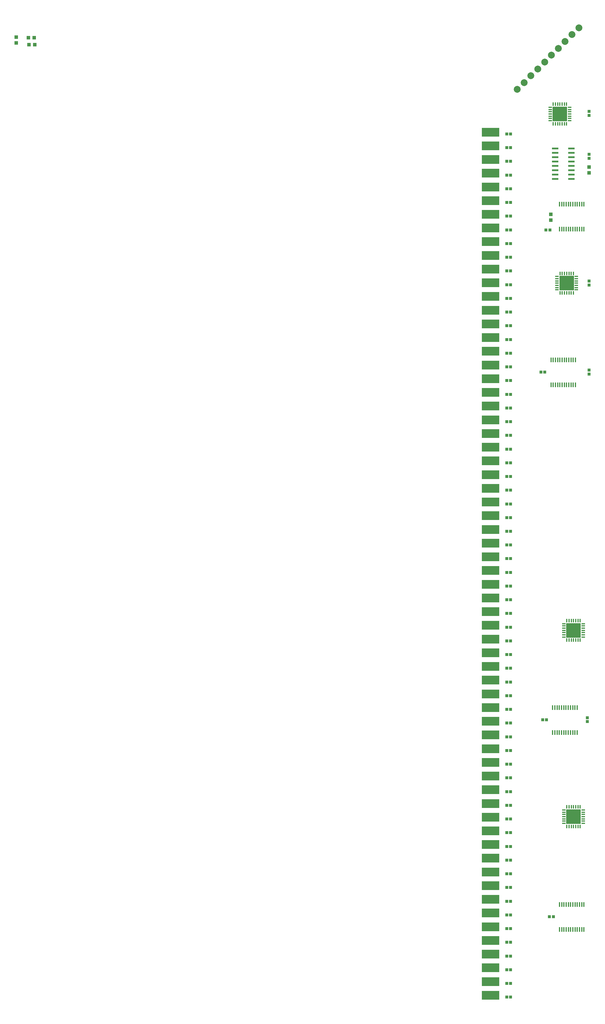
<source format=gbr>
G04 EAGLE Gerber RS-274X export*
G75*
%MOMM*%
%FSLAX34Y34*%
%LPD*%
%INSolderpaste Top*%
%IPPOS*%
%AMOC8*
5,1,8,0,0,1.08239X$1,22.5*%
G01*
%ADD10R,0.348000X1.397000*%
%ADD11R,1.000000X1.100000*%
%ADD12R,5.080000X2.540000*%
%ADD13R,1.050000X0.350000*%
%ADD14R,0.350000X1.050000*%
%ADD15R,4.200000X4.200000*%
%ADD16R,1.100000X1.000000*%
%ADD17R,1.981200X0.558800*%
%ADD18C,2.000000*%
%ADD19R,0.850000X0.900000*%
%ADD20R,0.900000X0.850000*%


D10*
X2865126Y217240D03*
X2858626Y217240D03*
X2852126Y217240D03*
X2839126Y217240D03*
X2845626Y217240D03*
X2832626Y217240D03*
X2826126Y217240D03*
X2819626Y217240D03*
X2813126Y217240D03*
X2806626Y217240D03*
X2865126Y290360D03*
X2858626Y290360D03*
X2852126Y290360D03*
X2845626Y290360D03*
X2839126Y290360D03*
X2832626Y290360D03*
X2826126Y290360D03*
X2819626Y290360D03*
X2813126Y290360D03*
X2806626Y290360D03*
X2800126Y290360D03*
X2793626Y290360D03*
X2793626Y217240D03*
X2800126Y217240D03*
X2845126Y792240D03*
X2838626Y792240D03*
X2832126Y792240D03*
X2819126Y792240D03*
X2825626Y792240D03*
X2812626Y792240D03*
X2806126Y792240D03*
X2799626Y792240D03*
X2793126Y792240D03*
X2786626Y792240D03*
X2845126Y865360D03*
X2838626Y865360D03*
X2832126Y865360D03*
X2825626Y865360D03*
X2819126Y865360D03*
X2812626Y865360D03*
X2806126Y865360D03*
X2799626Y865360D03*
X2793126Y865360D03*
X2786626Y865360D03*
X2780126Y865360D03*
X2773626Y865360D03*
X2773626Y792240D03*
X2780126Y792240D03*
X2840126Y1807240D03*
X2833626Y1807240D03*
X2827126Y1807240D03*
X2814126Y1807240D03*
X2820626Y1807240D03*
X2807626Y1807240D03*
X2801126Y1807240D03*
X2794626Y1807240D03*
X2788126Y1807240D03*
X2781626Y1807240D03*
X2840126Y1880360D03*
X2833626Y1880360D03*
X2827126Y1880360D03*
X2820626Y1880360D03*
X2814126Y1880360D03*
X2807626Y1880360D03*
X2801126Y1880360D03*
X2794626Y1880360D03*
X2788126Y1880360D03*
X2781626Y1880360D03*
X2775126Y1880360D03*
X2768626Y1880360D03*
X2768626Y1807240D03*
X2775126Y1807240D03*
X2865126Y2262240D03*
X2858626Y2262240D03*
X2852126Y2262240D03*
X2839126Y2262240D03*
X2845626Y2262240D03*
X2832626Y2262240D03*
X2826126Y2262240D03*
X2819626Y2262240D03*
X2813126Y2262240D03*
X2806626Y2262240D03*
X2865126Y2335360D03*
X2858626Y2335360D03*
X2852126Y2335360D03*
X2845626Y2335360D03*
X2839126Y2335360D03*
X2832626Y2335360D03*
X2826126Y2335360D03*
X2819626Y2335360D03*
X2813126Y2335360D03*
X2806626Y2335360D03*
X2800126Y2335360D03*
X2793626Y2335360D03*
X2793626Y2262240D03*
X2800126Y2262240D03*
D11*
X2768100Y2305800D03*
X2768100Y2288800D03*
D12*
X2591800Y25400D03*
X2591800Y65400D03*
X2591800Y105400D03*
X2591800Y145400D03*
X2591800Y185400D03*
X2591800Y225400D03*
X2591800Y265400D03*
X2591800Y305400D03*
X2591800Y345400D03*
X2591800Y385400D03*
X2591800Y425400D03*
X2591800Y465400D03*
X2591800Y505400D03*
X2591800Y545400D03*
X2591800Y585400D03*
X2591800Y625400D03*
X2591800Y665400D03*
X2591800Y705400D03*
X2591800Y745400D03*
X2591800Y785400D03*
X2591800Y825400D03*
X2591800Y865400D03*
X2591800Y905400D03*
X2591800Y945400D03*
X2591800Y985400D03*
X2591800Y1025400D03*
X2591800Y1065400D03*
X2591800Y1105400D03*
X2591800Y1145400D03*
X2591800Y1185400D03*
X2591800Y1225400D03*
X2591800Y1265400D03*
X2591800Y1305400D03*
X2591800Y1345400D03*
X2591800Y1385400D03*
X2591800Y1425400D03*
X2591800Y1465400D03*
X2591800Y1505400D03*
X2591800Y1545400D03*
X2591800Y1585400D03*
X2591800Y1625400D03*
X2591800Y1665400D03*
X2591800Y1705400D03*
X2591800Y1745400D03*
X2591800Y1785400D03*
X2591800Y1825400D03*
X2591800Y1865400D03*
X2591800Y1905400D03*
X2591800Y1945400D03*
X2591800Y1985400D03*
X2591800Y2025400D03*
X2591800Y2065400D03*
X2591800Y2105400D03*
X2591800Y2145400D03*
X2591800Y2185400D03*
X2591800Y2225400D03*
X2591800Y2265400D03*
X2591800Y2305400D03*
X2591800Y2345400D03*
X2591800Y2385400D03*
X2591800Y2425400D03*
X2591800Y2465400D03*
X2591800Y2505400D03*
X2591800Y2545400D03*
D13*
X2806124Y566400D03*
X2806124Y559900D03*
X2806124Y553400D03*
X2806124Y546900D03*
X2806124Y540400D03*
X2806124Y533900D03*
X2806124Y527400D03*
D14*
X2815124Y518400D03*
X2821624Y518400D03*
X2828124Y518400D03*
X2834624Y518400D03*
X2841124Y518400D03*
X2847624Y518400D03*
X2854124Y518400D03*
D13*
X2863124Y527400D03*
X2863124Y533900D03*
X2863124Y540400D03*
X2863124Y546900D03*
X2863124Y553400D03*
X2863124Y559900D03*
X2863124Y566400D03*
D14*
X2854124Y575400D03*
X2847624Y575400D03*
X2841124Y575400D03*
X2834624Y575400D03*
X2828124Y575400D03*
X2821624Y575400D03*
X2815124Y575400D03*
D15*
X2834624Y546900D03*
D11*
X1205800Y2806000D03*
X1205800Y2823000D03*
D16*
X1243600Y2801000D03*
X1260600Y2801000D03*
X1241700Y2821000D03*
X1258700Y2821000D03*
D13*
X2806124Y1110200D03*
X2806124Y1103700D03*
X2806124Y1097200D03*
X2806124Y1090700D03*
X2806124Y1084200D03*
X2806124Y1077700D03*
X2806124Y1071200D03*
D14*
X2815124Y1062200D03*
X2821624Y1062200D03*
X2828124Y1062200D03*
X2834624Y1062200D03*
X2841124Y1062200D03*
X2847624Y1062200D03*
X2854124Y1062200D03*
D13*
X2863124Y1071200D03*
X2863124Y1077700D03*
X2863124Y1084200D03*
X2863124Y1090700D03*
X2863124Y1097200D03*
X2863124Y1103700D03*
X2863124Y1110200D03*
D14*
X2854124Y1119200D03*
X2847624Y1119200D03*
X2841124Y1119200D03*
X2834624Y1119200D03*
X2828124Y1119200D03*
X2821624Y1119200D03*
X2815124Y1119200D03*
D15*
X2834624Y1090700D03*
D13*
X2786124Y2124000D03*
X2786124Y2117500D03*
X2786124Y2111000D03*
X2786124Y2104500D03*
X2786124Y2098000D03*
X2786124Y2091500D03*
X2786124Y2085000D03*
D14*
X2795124Y2076000D03*
X2801624Y2076000D03*
X2808124Y2076000D03*
X2814624Y2076000D03*
X2821124Y2076000D03*
X2827624Y2076000D03*
X2834124Y2076000D03*
D13*
X2843124Y2085000D03*
X2843124Y2091500D03*
X2843124Y2098000D03*
X2843124Y2104500D03*
X2843124Y2111000D03*
X2843124Y2117500D03*
X2843124Y2124000D03*
D14*
X2834124Y2133000D03*
X2827624Y2133000D03*
X2821124Y2133000D03*
X2814624Y2133000D03*
X2808124Y2133000D03*
X2801624Y2133000D03*
X2795124Y2133000D03*
D15*
X2814624Y2104500D03*
D13*
X2766124Y2617800D03*
X2766124Y2611300D03*
X2766124Y2604800D03*
X2766124Y2598300D03*
X2766124Y2591800D03*
X2766124Y2585300D03*
X2766124Y2578800D03*
D14*
X2775124Y2569800D03*
X2781624Y2569800D03*
X2788124Y2569800D03*
X2794624Y2569800D03*
X2801124Y2569800D03*
X2807624Y2569800D03*
X2814124Y2569800D03*
D13*
X2823124Y2578800D03*
X2823124Y2585300D03*
X2823124Y2591800D03*
X2823124Y2598300D03*
X2823124Y2604800D03*
X2823124Y2611300D03*
X2823124Y2617800D03*
D14*
X2814124Y2626800D03*
X2807624Y2626800D03*
X2801124Y2626800D03*
X2794624Y2626800D03*
X2788124Y2626800D03*
X2781624Y2626800D03*
X2775124Y2626800D03*
D15*
X2794624Y2598300D03*
D17*
X2780754Y2497350D03*
X2780754Y2484650D03*
X2780754Y2471950D03*
X2780754Y2459250D03*
X2780754Y2446550D03*
X2780754Y2433850D03*
X2780754Y2421150D03*
X2780754Y2408450D03*
X2827998Y2408450D03*
X2827998Y2421150D03*
X2827998Y2433850D03*
X2827998Y2446550D03*
X2827998Y2459250D03*
X2827998Y2471950D03*
X2827998Y2484650D03*
X2827998Y2497350D03*
D18*
X2670000Y2670000D03*
X2690000Y2690000D03*
X2710000Y2710000D03*
X2730000Y2730000D03*
X2750000Y2750000D03*
X2770000Y2770000D03*
X2790000Y2790000D03*
X2810000Y2810000D03*
X2830000Y2830000D03*
X2850000Y2850000D03*
D19*
X2639200Y20000D03*
X2650800Y20000D03*
X2639200Y60000D03*
X2650800Y60000D03*
X2639200Y100000D03*
X2650800Y100000D03*
X2639200Y140000D03*
X2650800Y140000D03*
X2639200Y180000D03*
X2650800Y180000D03*
X2639200Y220000D03*
X2650800Y220000D03*
X2639200Y260000D03*
X2650800Y260000D03*
X2639200Y300000D03*
X2650800Y300000D03*
X2639200Y340000D03*
X2650800Y340000D03*
X2639200Y380000D03*
X2650800Y380000D03*
X2639200Y420000D03*
X2650800Y420000D03*
X2639200Y460000D03*
X2650800Y460000D03*
X2639200Y500000D03*
X2650800Y500000D03*
X2639200Y540000D03*
X2650800Y540000D03*
X2639200Y580000D03*
X2650800Y580000D03*
X2639200Y620000D03*
X2650800Y620000D03*
X2639200Y660000D03*
X2650800Y660000D03*
X2639200Y700000D03*
X2650800Y700000D03*
X2639200Y740000D03*
X2650800Y740000D03*
X2639200Y780000D03*
X2650800Y780000D03*
X2639200Y820000D03*
X2650800Y820000D03*
X2639200Y860000D03*
X2650800Y860000D03*
X2639200Y900000D03*
X2650800Y900000D03*
X2639200Y940000D03*
X2650800Y940000D03*
X2639200Y980000D03*
X2650800Y980000D03*
X2639200Y1020000D03*
X2650800Y1020000D03*
X2639200Y1060000D03*
X2650800Y1060000D03*
X2639200Y1100000D03*
X2650800Y1100000D03*
X2639200Y1140000D03*
X2650800Y1140000D03*
X2639200Y1180000D03*
X2650800Y1180000D03*
X2639200Y1220000D03*
X2650800Y1220000D03*
X2639200Y1300000D03*
X2650800Y1300000D03*
X2639200Y1340000D03*
X2650800Y1340000D03*
X2639200Y1380000D03*
X2650800Y1380000D03*
X2639200Y1420000D03*
X2650800Y1420000D03*
X2639200Y1460000D03*
X2650800Y1460000D03*
X2639200Y1500000D03*
X2650800Y1500000D03*
X2639200Y1540000D03*
X2650800Y1540000D03*
X2639200Y1580000D03*
X2650800Y1580000D03*
X2639200Y1620000D03*
X2650800Y1620000D03*
X2639200Y1660000D03*
X2650800Y1660000D03*
X2639200Y1700000D03*
X2650800Y1700000D03*
X2639200Y1740000D03*
X2650800Y1740000D03*
X2639200Y1780000D03*
X2650800Y1780000D03*
X2639200Y1820000D03*
X2650800Y1820000D03*
X2639200Y1860000D03*
X2650800Y1860000D03*
X2639200Y1900000D03*
X2650800Y1900000D03*
X2639200Y1940000D03*
X2650800Y1940000D03*
X2639200Y1980000D03*
X2650800Y1980000D03*
X2639200Y2020000D03*
X2650800Y2020000D03*
X2639200Y2060000D03*
X2650800Y2060000D03*
X2639200Y2100000D03*
X2650800Y2100000D03*
X2639200Y2140000D03*
X2650800Y2140000D03*
X2639200Y2180000D03*
X2650800Y2180000D03*
X2639200Y2220000D03*
X2650800Y2220000D03*
X2639200Y2260000D03*
X2650800Y2260000D03*
X2639200Y2300000D03*
X2650800Y2300000D03*
X2639200Y2340000D03*
X2650800Y2340000D03*
X2639200Y2380000D03*
X2650800Y2380000D03*
X2639200Y2420000D03*
X2650800Y2420000D03*
X2639200Y2460000D03*
X2650800Y2460000D03*
X2639200Y2500000D03*
X2650800Y2500000D03*
X2639200Y1260000D03*
X2650800Y1260000D03*
X2639200Y2540000D03*
X2650800Y2540000D03*
X2764200Y255000D03*
X2775800Y255000D03*
X2744200Y830000D03*
X2755800Y830000D03*
X2739200Y1845000D03*
X2750800Y1845000D03*
X2754200Y2260000D03*
X2765800Y2260000D03*
D20*
X2875000Y824200D03*
X2875000Y835800D03*
X2880000Y1839200D03*
X2880000Y1850800D03*
X2880000Y2099200D03*
X2880000Y2110800D03*
X2880000Y2594200D03*
X2880000Y2605800D03*
X2880000Y2469200D03*
X2880000Y2480800D03*
D11*
X2880000Y2426500D03*
X2880000Y2443500D03*
M02*

</source>
